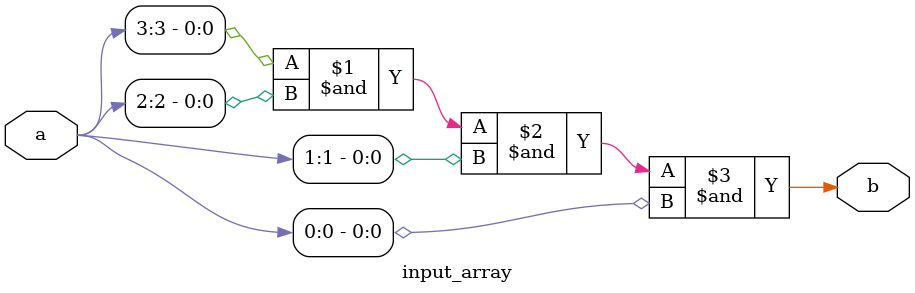
<source format=v>
module input_array(a, b);
  input [3:0] a; // [MSB : LSB]
  output b;
  assign b = a[3] & a[2] & a[1] & a[0];
endmodule

</source>
